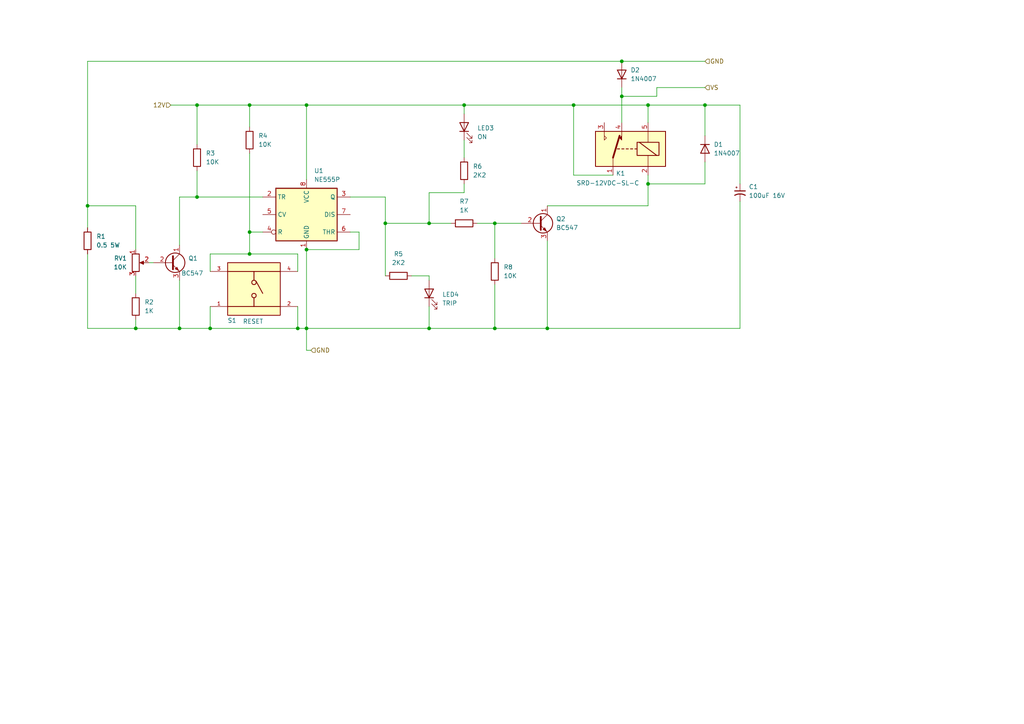
<source format=kicad_sch>
(kicad_sch (version 20231120) (generator "eeschema") (generator_version "8.0")
  (paper "A4")
  (lib_symbols
    (symbol "Device:C_Polarized_Small_US" (pin_numbers hide) (pin_names (offset 0.254) hide)
      (property "Reference" "C" (at 0.254 1.778 0))
      (property "Value" "C_Polarized_Small_US" (at 0.254 -2.032 0))
      (symbol "C_Polarized_Small_US_0_1"
        (polyline (pts (xy -1.524 0.508) (xy 1.524 0.508)) (stroke (width 0.3048)))
        (polyline (pts (xy -1.27 1.524) (xy -0.762 1.524)))
        (polyline (pts (xy -1.016 1.27) (xy -1.016 1.778)))
        (arc (start 1.524 -0.762) (mid 0 -0.3734) (end -1.524 -0.762) (stroke (width 0.3048)))
      )
      (symbol "C_Polarized_Small_US_1_1"
        (pin passive line (at 0 2.54 270) (length 2.032) (name "~") (number "1"))
        (pin passive line (at 0 -2.54 90) (length 2.032) (name "~") (number "2"))
      )
    )
    (symbol "Device:LED" (pin_numbers hide) (pin_names (offset 1.016) hide)
      (property "Reference" "D" (at 0 2.54 0))
      (property "Value" "LED" (at 0 -2.54 0))
      (symbol "LED_0_1"
        (polyline (pts (xy -1.27 -1.27) (xy -1.27 1.27)) (stroke (width 0.254)))
        (polyline (pts (xy -1.27 0) (xy 1.27 0)))
        (polyline (pts (xy 1.27 -1.27) (xy 1.27 1.27) (xy -1.27 0) (xy 1.27 -1.27)) (stroke (width 0.254)))
        (polyline (pts (xy -3.048 -0.762) (xy -4.572 -2.286) (xy -3.81 -2.286) (xy -4.572 -2.286) (xy -4.572 -1.524)))
        (polyline (pts (xy -1.778 -0.762) (xy -3.302 -2.286) (xy -2.54 -2.286) (xy -3.302 -2.286) (xy -3.302 -1.524)))
      )
      (symbol "LED_1_1"
        (pin passive line (at -3.81 0 0) (length 2.54) (name "K") (number "1"))
        (pin passive line (at 3.81 0 180) (length 2.54) (name "A") (number "2"))
      )
    )
    (symbol "Device:R" (pin_numbers hide) (pin_names (offset 0))
      (property "Reference" "R" (at 2.032 0 90))
      (property "Value" "R" (at 0 0 90))
      (symbol "R_0_1"
        (rectangle (start -1.016 -2.54) (end 1.016 2.54) (stroke (width 0.254)))
      )
      (symbol "R_1_1"
        (pin passive line (at 0 3.81 270) (length 1.27) (name "~") (number "1"))
        (pin passive line (at 0 -3.81 90) (length 1.27) (name "~") (number "2"))
      )
    )
    (symbol "Device:R_Potentiometer" (pin_names (offset 1.016) hide)
      (property "Reference" "RV" (at -4.445 0 90))
      (property "Value" "R_Potentiometer" (at -2.54 0 90))
      (symbol "R_Potentiometer_0_1"
        (polyline (pts (xy 2.54 0) (xy 1.524 0)))
        (polyline (pts (xy 1.143 0) (xy 2.286 0.508) (xy 2.286 -0.508) (xy 1.143 0)) (fill (type outline)))
        (rectangle (start 1.016 2.54) (end -1.016 -2.54) (stroke (width 0.254)))
      )
      (symbol "R_Potentiometer_1_1"
        (pin passive line (at 0 3.81 270) (length 1.27) (name "1") (number "1"))
        (pin passive line (at 3.81 0 180) (length 1.27) (name "2") (number "2"))
        (pin passive line (at 0 -3.81 90) (length 1.27) (name "3") (number "3"))
      )
    )
    (symbol "Diode:1N4007" (pin_numbers hide) (pin_names hide)
      (property "Reference" "D" (at 0 2.54 0))
      (property "Value" "1N4007" (at 0 -2.54 0))
      (symbol "1N4007_0_1"
        (polyline (pts (xy -1.27 1.27) (xy -1.27 -1.27)) (stroke (width 0.254)))
        (polyline (pts (xy 1.27 0) (xy -1.27 0)))
        (polyline (pts (xy 1.27 1.27) (xy 1.27 -1.27) (xy -1.27 0) (xy 1.27 1.27)) (stroke (width 0.254)))
      )
      (symbol "1N4007_1_1"
        (pin passive line (at -3.81 0 0) (length 2.54) (name "K") (number "1"))
        (pin passive line (at 3.81 0 180) (length 2.54) (name "A") (number "2"))
      )
    )
    (symbol "Relay:SANYOU_SRD_Form_C"
      (property "Reference" "K" (at 11.43 3.81 0))
      (property "Value" "SANYOU_SRD_Form_C" (at 11.43 1.27 0))
      (symbol "SANYOU_SRD_Form_C_0_0"
        (polyline (pts (xy 7.62 5.08) (xy 7.62 2.54) (xy 6.985 3.175) (xy 7.62 3.81)))
      )
      (symbol "SANYOU_SRD_Form_C_0_1"
        (rectangle (start -10.16 5.08) (end 10.16 -5.08) (stroke (width 0.254)) (fill (type background)))
        (rectangle (start -8.255 1.905) (end -1.905 -1.905) (stroke (width 0.254)))
        (polyline (pts (xy -7.62 -1.905) (xy -2.54 1.905)) (stroke (width 0.254)))
        (polyline (pts (xy -5.08 -5.08) (xy -5.08 -1.905)))
        (polyline (pts (xy -5.08 5.08) (xy -5.08 1.905)))
        (polyline (pts (xy -1.905 0) (xy -1.27 0)) (stroke (width 0.254)))
        (polyline (pts (xy -0.635 0) (xy 0 0)) (stroke (width 0.254)))
        (polyline (pts (xy 0.635 0) (xy 1.27 0)) (stroke (width 0.254)))
        (polyline (pts (xy 1.905 0) (xy 2.54 0)) (stroke (width 0.254)))
        (polyline (pts (xy 3.175 0) (xy 3.81 0)) (stroke (width 0.254)))
        (polyline (pts (xy 5.08 -2.54) (xy 3.175 3.81)) (stroke (width 0.508)))
        (polyline (pts (xy 5.08 -2.54) (xy 5.08 -5.08)))
      )
      (symbol "SANYOU_SRD_Form_C_1_1"
        (polyline (pts (xy 2.54 3.81) (xy 3.175 3.175) (xy 2.54 2.54) (xy 2.54 5.08)) (fill (type outline)))
        (pin passive line (at 5.08 -7.62 90) (length 2.54) (name "~") (number "1"))
        (pin passive line (at -5.08 -7.62 90) (length 2.54) (name "~") (number "2"))
        (pin passive line (at 7.62 7.62 270) (length 2.54) (name "~") (number "3"))
        (pin passive line (at 2.54 7.62 270) (length 2.54) (name "~") (number "4"))
        (pin passive line (at -5.08 7.62 270) (length 2.54) (name "~") (number "5"))
      )
    )
    (symbol "TS02-66-95-BK-260-LCR-D:TS02-66-95-BK-260-LCR-D" (pin_names (offset 1.016))
      (property "Reference" "S" (at -7.62 8.382 0))
      (property "Value" "TS02-66-95-BK-260-LCR-D" (at -7.62 -8.382 0))
      (symbol "TS02-66-95-BK-260-LCR-D_0_0"
        (rectangle (start -7.62 -7.62) (end 7.62 7.62) (stroke (width 0.254)) (fill (type background)))
        (circle (center 0 -1.905) (radius 0.635) (stroke (width 0.254)))
        (polyline (pts (xy 0 -5.08) (xy -7.62 -5.08)) (stroke (width 0.254)))
        (polyline (pts (xy 0 -5.08) (xy 7.62 -5.08)) (stroke (width 0.254)))
        (polyline (pts (xy 0 -2.54) (xy 0 -5.08)) (stroke (width 0.254)))
        (polyline (pts (xy 0 5.08) (xy -7.62 5.08)) (stroke (width 0.254)))
        (polyline (pts (xy 0 5.08) (xy 0 2.54)) (stroke (width 0.254)))
        (polyline (pts (xy 0 5.08) (xy 7.62 5.08)) (stroke (width 0.254)))
        (polyline (pts (xy 0.635 -2.2225) (xy 2.54 1.27)) (stroke (width 0.254)))
        (circle (center 0 1.905) (radius 0.635) (stroke (width 0.254)))
        (pin passive line (at -12.7 5.08 0) (length 5.08) (name "~") (number "1"))
        (pin passive line (at 12.7 5.08 180) (length 5.08) (name "~") (number "2"))
        (pin passive line (at -12.7 -5.08 0) (length 5.08) (name "~") (number "3"))
        (pin passive line (at 12.7 -5.08 180) (length 5.08) (name "~") (number "4"))
      )
    )
    (symbol "Timer:NE555P"
      (property "Reference" "U" (at -10.16 8.89 0))
      (property "Value" "NE555P" (at 2.54 8.89 0))
      (symbol "NE555P_0_0"
        (pin power_in line (at 0 -10.16 90) (length 2.54) (name "GND") (number "1"))
        (pin power_in line (at 0 10.16 270) (length 2.54) (name "VCC") (number "8"))
      )
      (symbol "NE555P_0_1"
        (rectangle (start -8.89 -7.62) (end 8.89 7.62) (stroke (width 0.254)) (fill (type background)))
        (rectangle (start -8.89 -7.62) (end 8.89 7.62) (stroke (width 0.254)) (fill (type background)))
      )
      (symbol "NE555P_1_1"
        (pin input line (at -12.7 5.08 0) (length 3.81) (name "TR") (number "2"))
        (pin output line (at 12.7 5.08 180) (length 3.81) (name "Q") (number "3"))
        (pin input inverted (at -12.7 -5.08 0) (length 3.81) (name "R") (number "4"))
        (pin input line (at -12.7 0 0) (length 3.81) (name "CV") (number "5"))
        (pin input line (at 12.7 -5.08 180) (length 3.81) (name "THR") (number "6"))
        (pin input line (at 12.7 0 180) (length 3.81) (name "DIS") (number "7"))
      )
    )
    (symbol "Transistor_BJT:BC547" (pin_names (offset 0) hide)
      (property "Reference" "Q" (at 5.08 1.905 0))
      (property "Value" "BC547" (at 5.08 0 0))
      (symbol "BC547_0_1"
        (polyline (pts (xy 0 0) (xy 0.635 0)))
        (polyline (pts (xy 0.635 0.635) (xy 2.54 2.54)))
        (polyline (pts (xy 0.635 -0.635) (xy 2.54 -2.54) (xy 2.54 -2.54)))
        (polyline (pts (xy 0.635 1.905) (xy 0.635 -1.905) (xy 0.635 -1.905)) (stroke (width 0.508)))
        (polyline (pts (xy 1.27 -1.778) (xy 1.778 -1.27) (xy 2.286 -2.286) (xy 1.27 -1.778) (xy 1.27 -1.778)) (fill (type outline)))
        (circle (center 1.27 0) (radius 2.8194) (stroke (width 0.254)))
      )
      (symbol "BC547_1_1"
        (pin passive line (at 2.54 5.08 270) (length 2.54) (name "C") (number "1"))
        (pin input line (at -5.08 0 0) (length 5.08) (name "B") (number "2"))
        (pin passive line (at 2.54 -5.08 90) (length 2.54) (name "E") (number "3"))
      )
    )
  )
  (junction (at 39.37 95.25))
  (junction (at 52.07 95.25))
  (junction (at 158.75 95.25))
  (junction (at 72.39 67.31))
  (junction (at 187.96 53.34))
  (junction (at 180.34 17.78))
  (junction (at 204.47 30.48))
  (junction (at 124.46 95.25))
  (junction (at 57.15 30.48))
  (junction (at 111.76 64.77))
  (junction (at 72.39 73.66))
  (junction (at 134.62 30.48))
  (junction (at 57.15 57.15))
  (junction (at 60.96 95.25))
  (junction (at 88.9 72.39))
  (junction (at 124.46 64.77))
  (junction (at 88.9 95.25))
  (junction (at 180.34 27.94))
  (junction (at 143.51 95.25))
  (junction (at 88.9 30.48))
  (junction (at 166.37 30.48))
  (junction (at 72.39 30.48))
  (junction (at 25.4 59.69))
  (junction (at 86.36 95.25))
  (junction (at 143.51 64.77))
  (junction (at 187.96 30.48))
  (wire (pts (xy 25.4 73.66) (xy 25.4 95.25)))
  (wire (pts (xy 204.47 25.4) (xy 190.5 25.4)))
  (wire (pts (xy 166.37 30.48) (xy 187.96 30.48)))
  (wire (pts (xy 214.63 30.48) (xy 214.63 53.34)))
  (wire (pts (xy 143.51 64.77) (xy 151.13 64.77)))
  (wire (pts (xy 180.34 25.4) (xy 180.34 27.94)))
  (wire (pts (xy 101.6 67.31) (xy 104.14 67.31)))
  (wire (pts (xy 187.96 59.69) (xy 187.96 53.34)))
  (wire (pts (xy 134.62 40.64) (xy 134.62 45.72)))
  (wire (pts (xy 72.39 36.83) (xy 72.39 30.48)))
  (wire (pts (xy 187.96 50.8) (xy 187.96 53.34)))
  (wire (pts (xy 60.96 88.9) (xy 60.96 95.25)))
  (wire (pts (xy 190.5 25.4) (xy 190.5 27.94)))
  (wire (pts (xy 158.75 59.69) (xy 187.96 59.69)))
  (wire (pts (xy 134.62 30.48) (xy 166.37 30.48)))
  (wire (pts (xy 124.46 95.25) (xy 143.51 95.25)))
  (wire (pts (xy 72.39 67.31) (xy 72.39 44.45)))
  (wire (pts (xy 104.14 67.31) (xy 104.14 72.39)))
  (wire (pts (xy 180.34 35.56) (xy 180.34 27.94)))
  (wire (pts (xy 76.2 67.31) (xy 72.39 67.31)))
  (wire (pts (xy 57.15 57.15) (xy 57.15 49.53)))
  (wire (pts (xy 166.37 50.8) (xy 166.37 30.48)))
  (wire (pts (xy 187.96 30.48) (xy 187.96 35.56)))
  (wire (pts (xy 52.07 57.15) (xy 52.07 71.12)))
  (wire (pts (xy 124.46 80.01) (xy 119.38 80.01)))
  (wire (pts (xy 104.14 72.39) (xy 88.9 72.39)))
  (wire (pts (xy 138.43 64.77) (xy 143.51 64.77)))
  (wire (pts (xy 134.62 33.02) (xy 134.62 30.48)))
  (wire (pts (xy 101.6 57.15) (xy 111.76 57.15)))
  (wire (pts (xy 86.36 88.9) (xy 86.36 95.25)))
  (wire (pts (xy 158.75 69.85) (xy 158.75 95.25)))
  (wire (pts (xy 214.63 58.42) (xy 214.63 95.25)))
  (wire (pts (xy 190.5 27.94) (xy 180.34 27.94)))
  (wire (pts (xy 204.47 39.37) (xy 204.47 30.48)))
  (wire (pts (xy 25.4 17.78) (xy 180.34 17.78)))
  (wire (pts (xy 134.62 53.34) (xy 134.62 55.88)))
  (wire (pts (xy 25.4 17.78) (xy 25.4 59.69)))
  (wire (pts (xy 111.76 64.77) (xy 124.46 64.77)))
  (wire (pts (xy 88.9 52.07) (xy 88.9 30.48)))
  (wire (pts (xy 143.51 64.77) (xy 143.51 74.93)))
  (wire (pts (xy 39.37 92.71) (xy 39.37 95.25)))
  (wire (pts (xy 111.76 64.77) (xy 111.76 80.01)))
  (wire (pts (xy 86.36 95.25) (xy 88.9 95.25)))
  (wire (pts (xy 88.9 95.25) (xy 124.46 95.25)))
  (wire (pts (xy 52.07 81.28) (xy 52.07 95.25)))
  (wire (pts (xy 39.37 95.25) (xy 52.07 95.25)))
  (wire (pts (xy 88.9 95.25) (xy 88.9 101.6)))
  (wire (pts (xy 187.96 30.48) (xy 204.47 30.48)))
  (wire (pts (xy 204.47 46.99) (xy 204.47 53.34)))
  (wire (pts (xy 72.39 67.31) (xy 72.39 73.66)))
  (wire (pts (xy 143.51 95.25) (xy 158.75 95.25)))
  (wire (pts (xy 52.07 95.25) (xy 60.96 95.25)))
  (wire (pts (xy 72.39 30.48) (xy 88.9 30.48)))
  (wire (pts (xy 124.46 55.88) (xy 124.46 64.77)))
  (wire (pts (xy 49.53 30.48) (xy 57.15 30.48)))
  (wire (pts (xy 88.9 30.48) (xy 134.62 30.48)))
  (wire (pts (xy 187.96 53.34) (xy 204.47 53.34)))
  (wire (pts (xy 57.15 30.48) (xy 72.39 30.48)))
  (wire (pts (xy 60.96 73.66) (xy 72.39 73.66)))
  (wire (pts (xy 25.4 59.69) (xy 39.37 59.69)))
  (wire (pts (xy 57.15 41.91) (xy 57.15 30.48)))
  (wire (pts (xy 39.37 59.69) (xy 39.37 72.39)))
  (wire (pts (xy 25.4 66.04) (xy 25.4 59.69)))
  (wire (pts (xy 180.34 17.78) (xy 204.47 17.78)))
  (wire (pts (xy 124.46 88.9) (xy 124.46 95.25)))
  (wire (pts (xy 124.46 64.77) (xy 130.81 64.77)))
  (wire (pts (xy 60.96 78.74) (xy 60.96 73.66)))
  (wire (pts (xy 88.9 72.39) (xy 88.9 95.25)))
  (wire (pts (xy 204.47 30.48) (xy 214.63 30.48)))
  (wire (pts (xy 124.46 81.28) (xy 124.46 80.01)))
  (wire (pts (xy 52.07 57.15) (xy 57.15 57.15)))
  (wire (pts (xy 86.36 73.66) (xy 86.36 78.74)))
  (wire (pts (xy 111.76 57.15) (xy 111.76 64.77)))
  (wire (pts (xy 177.8 50.8) (xy 166.37 50.8)))
  (wire (pts (xy 60.96 95.25) (xy 86.36 95.25)))
  (wire (pts (xy 39.37 80.01) (xy 39.37 85.09)))
  (wire (pts (xy 90.17 101.6) (xy 88.9 101.6)))
  (wire (pts (xy 25.4 95.25) (xy 39.37 95.25)))
  (wire (pts (xy 158.75 95.25) (xy 214.63 95.25)))
  (wire (pts (xy 134.62 55.88) (xy 124.46 55.88)))
  (wire (pts (xy 41.91 76.2) (xy 44.45 76.2)))
  (wire (pts (xy 143.51 82.55) (xy 143.51 95.25)))
  (wire (pts (xy 76.2 57.15) (xy 57.15 57.15)))
  (wire (pts (xy 72.39 73.66) (xy 86.36 73.66)))
  (hierarchical_label "GND" (shape input) (at 204.47 17.78 0))
  (hierarchical_label "VS" (shape input) (at 204.47 25.4 0))
  (hierarchical_label "GND" (shape input) (at 90.17 101.6 0))
  (hierarchical_label "12V" (shape input) (at 49.53 30.48 180))
  (symbol (lib_id "Diode:1N4007") (at 204.47 43.18 270) (unit 1)
    (property "Reference" "D1" (at 207.01 41.9099 90) (effects (justify left)))
    (property "Value" "1N4007" (at 207.01 44.4499 90) (effects (justify left)))
    (property "Footprint" "Diode_THT:D_DO-41_SOD81_P10.16mm_Horizontal" (effects (hide yes)))
    (property "Datasheet" "http://www.vishay.com/docs/88503/1n4001.pdf" (effects (hide yes)))
    (property "Description" "1000V 1A General Purpose Rectifier Diode, DO-41" (effects (hide yes)))
    (property "Sim.Device" "D" (effects (hide yes)))
    (property "Sim.Pins" "1=K 2=A" (effects (hide yes)))
  )
  (symbol (lib_id "Device:R") (at 115.57 80.01 90) (unit 1)
    (property "Reference" "R5" (at 115.57 73.66 90))
    (property "Value" "2K2" (at 115.57 76.2 90))
    (property "Footprint" "Resistor_SMD:R_0201_0603Metric_Pad0.64x0.40mm_HandSolder" (effects (hide yes)))
    (property "Description" "Resistor" (effects (hide yes)))
  )
  (symbol (lib_id "Diode:1N4007") (at 180.34 21.59 90) (unit 1)
    (property "Reference" "D2" (at 182.88 20.3199 90) (effects (justify right)))
    (property "Value" "1N4007" (at 182.88 22.8599 90) (effects (justify right)))
    (property "Footprint" "Diode_THT:D_DO-41_SOD81_P10.16mm_Horizontal" (effects (hide yes)))
    (property "Datasheet" "http://www.vishay.com/docs/88503/1n4001.pdf" (effects (hide yes)))
    (property "Description" "1000V 1A General Purpose Rectifier Diode, DO-41" (effects (hide yes)))
    (property "Sim.Device" "D" (effects (hide yes)))
    (property "Sim.Pins" "1=K 2=A" (effects (hide yes)))
  )
  (symbol (lib_id "Device:LED") (at 124.46 85.09 90) (unit 1)
    (property "Reference" "LED4" (at 128.27 85.4074 90) (effects (justify right)))
    (property "Value" "TRIP" (at 128.27 87.9474 90) (effects (justify right)))
    (property "Footprint" "LED_SMD:LED_0201_0603Metric_Pad0.64x0.40mm_HandSolder" (effects (hide yes)))
    (property "Description" "Light emitting diode" (effects (hide yes)))
  )
  (symbol (lib_id "Device:LED") (at 134.62 36.83 90) (unit 1)
    (property "Reference" "LED3" (at 138.43 37.1474 90) (effects (justify right)))
    (property "Value" "ON" (at 138.43 39.6874 90) (effects (justify right)))
    (property "Footprint" "LED_SMD:LED_0201_0603Metric_Pad0.64x0.40mm_HandSolder" (effects (hide yes)))
    (property "Description" "Light emitting diode" (effects (hide yes)))
  )
  (symbol (lib_id "Device:R") (at 143.51 78.74 0) (unit 1)
    (property "Reference" "R8" (at 146.05 77.4699 0) (effects (justify left)))
    (property "Value" "10K" (at 146.05 80.0099 0) (effects (justify left)))
    (property "Footprint" "Resistor_SMD:R_0201_0603Metric_Pad0.64x0.40mm_HandSolder" (effects (hide yes)))
    (property "Description" "Resistor" (effects (hide yes)))
  )
  (symbol (lib_id "Device:C_Polarized_Small_US") (at 214.63 55.88 0) (unit 1)
    (property "Reference" "C1" (at 217.17 54.1781 0) (effects (justify left)))
    (property "Value" "100uF 16V" (at 217.17 56.7181 0) (effects (justify left)))
    (property "Footprint" "Capacitor_SMD:CP_Elec_3x5.3" (effects (hide yes)))
    (property "Description" "Polarized capacitor, small US symbol" (effects (hide yes)))
  )
  (symbol (lib_id "Device:R_Potentiometer") (at 39.37 76.2 0) (unit 1)
    (property "Reference" "RV1" (at 36.83 74.9299 0) (effects (justify right)))
    (property "Value" "10K" (at 36.83 77.4699 0) (effects (justify right)))
    (property "Footprint" "Potentiometer_THT:Potentiometer_ACP_CA6-H2,5_Horizontal" (effects (hide yes)))
    (property "Description" "Potentiometer" (effects (hide yes)))
  )
  (symbol (lib_id "Device:R") (at 25.4 69.85 0) (unit 1)
    (property "Reference" "R1" (at 27.94 68.5799 0) (effects (justify left)))
    (property "Value" "0.5 5W" (at 27.94 71.1199 0) (effects (justify left)))
    (property "Footprint" "Resistor_SMD:R_0201_0603Metric_Pad0.64x0.40mm_HandSolder" (effects (hide yes)))
    (property "Description" "Resistor" (effects (hide yes)))
  )
  (symbol (lib_id "Device:R") (at 39.37 88.9 0) (unit 1)
    (property "Reference" "R2" (at 41.91 87.6299 0) (effects (justify left)))
    (property "Value" "1K" (at 41.91 90.1699 0) (effects (justify left)))
    (property "Footprint" "Resistor_SMD:R_0201_0603Metric_Pad0.64x0.40mm_HandSolder" (effects (hide yes)))
    (property "Description" "Resistor" (effects (hide yes)))
  )
  (symbol (lib_id "Device:R") (at 134.62 49.53 0) (unit 1)
    (property "Reference" "R6" (at 137.16 48.2599 0) (effects (justify left)))
    (property "Value" "2K2" (at 137.16 50.7999 0) (effects (justify left)))
    (property "Footprint" "Resistor_SMD:R_0201_0603Metric_Pad0.64x0.40mm_HandSolder" (effects (hide yes)))
    (property "Description" "Resistor" (effects (hide yes)))
  )
  (symbol (lib_id "Device:R") (at 57.15 45.72 0) (unit 1)
    (property "Reference" "R3" (at 59.69 44.4499 0) (effects (justify left)))
    (property "Value" "10K" (at 59.69 46.9899 0) (effects (justify left)))
    (property "Footprint" "Resistor_SMD:R_0201_0603Metric_Pad0.64x0.40mm_HandSolder" (effects (hide yes)))
    (property "Description" "Resistor" (effects (hide yes)))
  )
  (symbol (lib_id "Relay:SANYOU_SRD_Form_C") (at 182.88 43.18 0) (mirror y) (unit 1)
    (property "Reference" "K1" (at 181.356 50.292 0) (effects (justify left)))
    (property "Value" "SRD-12VDC-SL-C" (at 185.42 53.086 0) (effects (justify left)))
    (property "Footprint" "Relay_THT:Relay_SPDT_SANYOU_SRD_Series_Form_C" (effects (hide yes)))
    (property "Datasheet" "http://www.sanyourelay.ca/public/products/pdf/SRD.pdf" (effects (hide yes)))
    (property "Description" "Sanyo SRD relay, Single Pole Miniature Power Relay," (effects (hide yes)))
  )
  (symbol (lib_id "Timer:NE555P") (at 88.9 62.23 0) (unit 1)
    (property "Reference" "U1" (at 91.0941 49.53 0) (effects (justify left)))
    (property "Value" "NE555P" (at 91.0941 52.07 0) (effects (justify left)))
    (property "Footprint" "Package_DIP:DIP-8_W7.62mm" (effects (hide yes)))
    (property "Datasheet" "http://www.ti.com/lit/ds/symlink/ne555.pdf" (effects (hide yes)))
    (property "Description" "Precision Timers, 555 compatible,  PDIP-8" (effects (hide yes)))
  )
  (symbol (lib_id "Transistor_BJT:BC547") (at 49.53 76.2 0) (unit 1)
    (property "Reference" "Q1" (at 54.61 74.9299 0) (effects (justify left)))
    (property "Value" "BC547" (at 52.578 79.248 0) (effects (justify left)))
    (property "Footprint" "Package_TO_SOT_THT:TO-92_Inline" (effects (hide yes)))
    (property "Datasheet" "https://www.onsemi.com/pub/Collateral/BC550-D.pdf" (effects (hide yes)))
    (property "Description" "0.1A Ic, 45V Vce, Small Signal NPN Transistor, TO-92" (effects (hide yes)))
  )
  (symbol (lib_id "TS02-66-95-BK-260-LCR-D:TS02-66-95-BK-260-LCR-D") (at 73.66 83.82 0) (mirror x) (unit 1)
    (property "Reference" "S1" (at 67.31 92.964 0))
    (property "Value" "RESET" (at 73.406 93.218 0))
    (property "Footprint" "TS02-66-95-BK-260-LCR-D:SW_TS02-66-95-BK-260-LCR-D" (effects (hide yes)))
    (property "MF" "CUI Devices" (effects (hide yes)))
    (property "Description_1" "6 x 6 mm, 9.5 mm Actuator Height, 260 gf, Black, Long Crimped, Through Hole, SPST, Tactile Switch" (effects (hide yes)))
    (property "Package" "None" (effects (hide yes)))
    (property "Price" "None" (effects (hide yes)))
    (property "Check_prices" "https://www.snapeda.com/parts/TS02-66-95-BK-260-LCR-D/CUI+Devices/view-part/?ref=eda" (effects (hide yes)))
    (property "STANDARD" "Manufacturer Recommendations" (effects (hide yes)))
    (property "PARTREV" "1.0" (effects (hide yes)))
    (property "SnapEDA_Link" "https://www.snapeda.com/parts/TS02-66-95-BK-260-LCR-D/CUI+Devices/view-part/?ref=snap" (effects (hide yes)))
    (property "MP" "TS02-66-95-BK-260-LCR-D" (effects (hide yes)))
    (property "CUI_purchase_URL" "https://www.cuidevices.com/product/switches/tactile-switches/ts02-66-95-bk-260-lcr-d?utm_source=snapeda.com&utm_medium=referral&utm_campaign=snapedaBOM" (effects (hide yes)))
    (property "Availability" "In Stock" (effects (hide yes)))
    (property "MANUFACTURER" "CUI Devices" (effects (hide yes)))
  )
  (symbol (lib_id "Device:R") (at 72.39 40.64 0) (unit 1)
    (property "Reference" "R4" (at 74.93 39.3699 0) (effects (justify left)))
    (property "Value" "10K" (at 74.93 41.9099 0) (effects (justify left)))
    (property "Footprint" "Resistor_SMD:R_0201_0603Metric_Pad0.64x0.40mm_HandSolder" (effects (hide yes)))
    (property "Description" "Resistor" (effects (hide yes)))
  )
  (symbol (lib_id "Transistor_BJT:BC547") (at 156.21 64.77 0) (unit 1)
    (property "Reference" "Q2" (at 161.29 63.4999 0) (effects (justify left)))
    (property "Value" "BC547" (at 161.29 66.0399 0) (effects (justify left)))
    (property "Footprint" "Package_TO_SOT_THT:TO-92_Inline" (effects (hide yes)))
    (property "Datasheet" "https://www.onsemi.com/pub/Collateral/BC550-D.pdf" (effects (hide yes)))
    (property "Description" "0.1A Ic, 45V Vce, Small Signal NPN Transistor, TO-92" (effects (hide yes)))
  )
  (symbol (lib_id "Device:R") (at 134.62 64.77 90) (unit 1)
    (property "Reference" "R7" (at 134.62 58.42 90))
    (property "Value" "1K" (at 134.62 60.96 90))
    (property "Footprint" "Resistor_SMD:R_0201_0603Metric_Pad0.64x0.40mm_HandSolder" (effects (hide yes)))
    (property "Description" "Resistor" (effects (hide yes)))
  )
)
</source>
